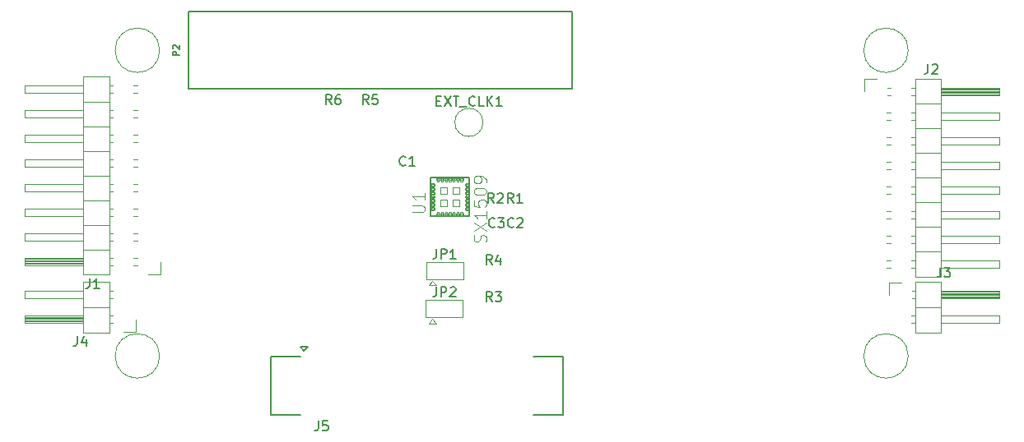
<source format=gbr>
G04 #@! TF.GenerationSoftware,KiCad,Pcbnew,5.0.2-5.fc29*
G04 #@! TF.CreationDate,2019-03-04T17:53:56+05:30*
G04 #@! TF.ProjectId,sx1509,73783135-3039-42e6-9b69-6361645f7063,v0.1*
G04 #@! TF.SameCoordinates,Original*
G04 #@! TF.FileFunction,Legend,Top*
G04 #@! TF.FilePolarity,Positive*
%FSLAX46Y46*%
G04 Gerber Fmt 4.6, Leading zero omitted, Abs format (unit mm)*
G04 Created by KiCad (PCBNEW 5.0.2-5.fc29) date Mon 04 Mar 2019 05:53:56 PM IST*
%MOMM*%
%LPD*%
G01*
G04 APERTURE LIST*
%ADD10C,0.120000*%
%ADD11C,0.150000*%
%ADD12C,0.066040*%
%ADD13C,0.127000*%
%ADD14C,0.152400*%
%ADD15C,0.101600*%
G04 APERTURE END LIST*
D10*
G04 #@! TO.C,REF\002A\002A*
X106286000Y-135500000D02*
G75*
G03X106286000Y-135500000I-2286000J0D01*
G01*
X183286000Y-135500000D02*
G75*
G03X183286000Y-135500000I-2286000J0D01*
G01*
X106286000Y-104000000D02*
G75*
G03X106286000Y-104000000I-2286000J0D01*
G01*
X183286000Y-104000000D02*
G75*
G03X183286000Y-104000000I-2286000J0D01*
G01*
D11*
G04 #@! TO.C,P2*
X148750000Y-100000000D02*
X148750000Y-108000000D01*
X109250000Y-100000000D02*
X109250000Y-108000000D01*
X148750000Y-100000000D02*
X109250000Y-100000000D01*
X109250000Y-108000000D02*
X148750000Y-108000000D01*
D12*
G04 #@! TO.C,U1*
X134139020Y-119018340D02*
X134139020Y-119165660D01*
X134139020Y-119165660D02*
X134540340Y-119165660D01*
X134540340Y-119018340D02*
X134540340Y-119165660D01*
X134139020Y-119018340D02*
X134540340Y-119018340D01*
X134139020Y-119414580D02*
X134139020Y-119566980D01*
X134139020Y-119566980D02*
X134540340Y-119566980D01*
X134540340Y-119414580D02*
X134540340Y-119566980D01*
X134139020Y-119414580D02*
X134540340Y-119414580D01*
X134139020Y-119815900D02*
X134139020Y-119965760D01*
X134139020Y-119965760D02*
X134540340Y-119965760D01*
X134540340Y-119815900D02*
X134540340Y-119965760D01*
X134139020Y-119815900D02*
X134540340Y-119815900D01*
X134139020Y-120214680D02*
X134139020Y-120367080D01*
X134139020Y-120367080D02*
X134540340Y-120367080D01*
X134540340Y-120214680D02*
X134540340Y-120367080D01*
X134139020Y-120214680D02*
X134540340Y-120214680D01*
X134139020Y-118617020D02*
X134139020Y-118769420D01*
X134139020Y-118769420D02*
X134540340Y-118769420D01*
X134540340Y-118617020D02*
X134540340Y-118769420D01*
X134139020Y-118617020D02*
X134540340Y-118617020D01*
X134139020Y-118218240D02*
X134139020Y-118368100D01*
X134139020Y-118368100D02*
X134540340Y-118368100D01*
X134540340Y-118218240D02*
X134540340Y-118368100D01*
X134139020Y-118218240D02*
X134540340Y-118218240D01*
X134139020Y-117816920D02*
X134139020Y-117969320D01*
X134139020Y-117969320D02*
X134540340Y-117969320D01*
X134540340Y-117816920D02*
X134540340Y-117969320D01*
X134139020Y-117816920D02*
X134540340Y-117816920D01*
X134738460Y-120814120D02*
X134738460Y-120966520D01*
X134738460Y-120966520D02*
X135139780Y-120966520D01*
X135139780Y-120814120D02*
X135139780Y-120966520D01*
X134738460Y-120814120D02*
X135139780Y-120814120D01*
X135139780Y-120814120D02*
X135139780Y-120966520D01*
X135139780Y-120966520D02*
X135538560Y-120966520D01*
X135538560Y-120814120D02*
X135538560Y-120966520D01*
X135139780Y-120814120D02*
X135538560Y-120814120D01*
X135538560Y-120814120D02*
X135538560Y-120966520D01*
X135538560Y-120966520D02*
X135939880Y-120966520D01*
X135939880Y-120814120D02*
X135939880Y-120966520D01*
X135538560Y-120814120D02*
X135939880Y-120814120D01*
X135939880Y-120814120D02*
X135939880Y-120966520D01*
X135939880Y-120966520D02*
X136336120Y-120966520D01*
X136336120Y-120814120D02*
X136336120Y-120966520D01*
X135939880Y-120814120D02*
X136336120Y-120814120D01*
X136336120Y-120814120D02*
X136336120Y-120966520D01*
X136336120Y-120966520D02*
X136737440Y-120966520D01*
X136737440Y-120814120D02*
X136737440Y-120966520D01*
X136336120Y-120814120D02*
X136737440Y-120814120D01*
X136737440Y-120814120D02*
X136737440Y-120966520D01*
X136737440Y-120966520D02*
X137136220Y-120966520D01*
X137136220Y-120814120D02*
X137136220Y-120966520D01*
X136737440Y-120814120D02*
X137136220Y-120814120D01*
X137136220Y-120814120D02*
X137136220Y-120966520D01*
X137136220Y-120966520D02*
X137537540Y-120966520D01*
X137537540Y-120814120D02*
X137537540Y-120966520D01*
X137136220Y-120814120D02*
X137537540Y-120814120D01*
X137735660Y-120214680D02*
X137735660Y-120367080D01*
X137735660Y-120367080D02*
X138136980Y-120367080D01*
X138136980Y-120214680D02*
X138136980Y-120367080D01*
X137735660Y-120214680D02*
X138136980Y-120214680D01*
X137735660Y-119815900D02*
X137735660Y-119965760D01*
X137735660Y-119965760D02*
X138136980Y-119965760D01*
X138136980Y-119815900D02*
X138136980Y-119965760D01*
X137735660Y-119815900D02*
X138136980Y-119815900D01*
X137735660Y-119414580D02*
X137735660Y-119566980D01*
X137735660Y-119566980D02*
X138136980Y-119566980D01*
X138136980Y-119414580D02*
X138136980Y-119566980D01*
X137735660Y-119414580D02*
X138136980Y-119414580D01*
X137735660Y-119018340D02*
X137735660Y-119165660D01*
X137735660Y-119165660D02*
X138136980Y-119165660D01*
X138136980Y-119018340D02*
X138136980Y-119165660D01*
X137735660Y-119018340D02*
X138136980Y-119018340D01*
X137735660Y-118617020D02*
X137735660Y-118769420D01*
X137735660Y-118769420D02*
X138136980Y-118769420D01*
X138136980Y-118617020D02*
X138136980Y-118769420D01*
X137735660Y-118617020D02*
X138136980Y-118617020D01*
X137735660Y-118218240D02*
X137735660Y-118368100D01*
X137735660Y-118368100D02*
X138136980Y-118368100D01*
X138136980Y-118218240D02*
X138136980Y-118368100D01*
X137735660Y-118218240D02*
X138136980Y-118218240D01*
X137735660Y-117816920D02*
X137735660Y-117969320D01*
X137735660Y-117969320D02*
X138136980Y-117969320D01*
X138136980Y-117816920D02*
X138136980Y-117969320D01*
X137735660Y-117816920D02*
X138136980Y-117816920D01*
X137136220Y-117217480D02*
X137136220Y-117369880D01*
X137136220Y-117369880D02*
X137537540Y-117369880D01*
X137537540Y-117217480D02*
X137537540Y-117369880D01*
X137136220Y-117217480D02*
X137537540Y-117217480D01*
X136737440Y-117217480D02*
X136737440Y-117369880D01*
X136737440Y-117369880D02*
X137136220Y-117369880D01*
X137136220Y-117217480D02*
X137136220Y-117369880D01*
X136737440Y-117217480D02*
X137136220Y-117217480D01*
X136336120Y-117217480D02*
X136336120Y-117369880D01*
X136336120Y-117369880D02*
X136737440Y-117369880D01*
X136737440Y-117217480D02*
X136737440Y-117369880D01*
X136336120Y-117217480D02*
X136737440Y-117217480D01*
X135939880Y-117217480D02*
X135939880Y-117369880D01*
X135939880Y-117369880D02*
X136336120Y-117369880D01*
X136336120Y-117217480D02*
X136336120Y-117369880D01*
X135939880Y-117217480D02*
X136336120Y-117217480D01*
X135538560Y-117217480D02*
X135538560Y-117369880D01*
X135538560Y-117369880D02*
X135939880Y-117369880D01*
X135939880Y-117217480D02*
X135939880Y-117369880D01*
X135538560Y-117217480D02*
X135939880Y-117217480D01*
X135139780Y-117217480D02*
X135139780Y-117369880D01*
X135139780Y-117369880D02*
X135538560Y-117369880D01*
X135538560Y-117217480D02*
X135538560Y-117369880D01*
X135139780Y-117217480D02*
X135538560Y-117217480D01*
X134738460Y-117217480D02*
X134738460Y-117369880D01*
X134738460Y-117369880D02*
X135139780Y-117369880D01*
X135139780Y-117217480D02*
X135139780Y-117369880D01*
X134738460Y-117217480D02*
X135139780Y-117217480D01*
X135144860Y-118098860D02*
X135144860Y-118761800D01*
X135144860Y-118761800D02*
X135807800Y-118761800D01*
X135807800Y-118098860D02*
X135807800Y-118761800D01*
X135144860Y-118098860D02*
X135807800Y-118098860D01*
X136468200Y-119422200D02*
X136468200Y-120085140D01*
X136468200Y-120085140D02*
X137131140Y-120085140D01*
X137131140Y-119422200D02*
X137131140Y-120085140D01*
X136468200Y-119422200D02*
X137131140Y-119422200D01*
X136468200Y-118098860D02*
X136468200Y-118761800D01*
X136468200Y-118761800D02*
X137131140Y-118761800D01*
X137131140Y-118098860D02*
X137131140Y-118761800D01*
X136468200Y-118098860D02*
X137131140Y-118098860D01*
X135144860Y-119422200D02*
X135144860Y-120085140D01*
X135144860Y-120085140D02*
X135807800Y-120085140D01*
X135807800Y-119422200D02*
X135807800Y-120085140D01*
X135144860Y-119422200D02*
X135807800Y-119422200D01*
X137237820Y-117093020D02*
X137237820Y-117542600D01*
X137237820Y-117542600D02*
X137435940Y-117542600D01*
X137435940Y-117093020D02*
X137435940Y-117542600D01*
X137237820Y-117093020D02*
X137435940Y-117093020D01*
X136836500Y-117093020D02*
X136836500Y-117542600D01*
X136836500Y-117542600D02*
X137037160Y-117542600D01*
X137037160Y-117093020D02*
X137037160Y-117542600D01*
X136836500Y-117093020D02*
X137037160Y-117093020D01*
X136437720Y-117093020D02*
X136437720Y-117542600D01*
X136437720Y-117542600D02*
X136635840Y-117542600D01*
X136635840Y-117093020D02*
X136635840Y-117542600D01*
X136437720Y-117093020D02*
X136635840Y-117093020D01*
X136038940Y-117093020D02*
X136038940Y-117542600D01*
X136038940Y-117542600D02*
X136237060Y-117542600D01*
X136237060Y-117093020D02*
X136237060Y-117542600D01*
X136038940Y-117093020D02*
X136237060Y-117093020D01*
X135640160Y-117093020D02*
X135640160Y-117542600D01*
X135640160Y-117542600D02*
X135838280Y-117542600D01*
X135838280Y-117093020D02*
X135838280Y-117542600D01*
X135640160Y-117093020D02*
X135838280Y-117093020D01*
X135238840Y-117093020D02*
X135238840Y-117542600D01*
X135238840Y-117542600D02*
X135439500Y-117542600D01*
X135439500Y-117093020D02*
X135439500Y-117542600D01*
X135238840Y-117093020D02*
X135439500Y-117093020D01*
X134840060Y-117093020D02*
X134840060Y-117542600D01*
X134840060Y-117542600D02*
X135038180Y-117542600D01*
X135038180Y-117093020D02*
X135038180Y-117542600D01*
X134840060Y-117093020D02*
X135038180Y-117093020D01*
X134263480Y-117667060D02*
X134263480Y-118119180D01*
X134263480Y-118119180D02*
X134464140Y-118119180D01*
X134464140Y-117667060D02*
X134464140Y-118119180D01*
X134263480Y-117667060D02*
X134464140Y-117667060D01*
X134263480Y-118068380D02*
X134263480Y-118517960D01*
X134263480Y-118517960D02*
X134464140Y-118517960D01*
X134464140Y-118068380D02*
X134464140Y-118517960D01*
X134263480Y-118068380D02*
X134464140Y-118068380D01*
X134263480Y-118467160D02*
X134263480Y-118919280D01*
X134263480Y-118919280D02*
X134464140Y-118919280D01*
X134464140Y-118467160D02*
X134464140Y-118919280D01*
X134263480Y-118467160D02*
X134464140Y-118467160D01*
X134263480Y-118868480D02*
X134263480Y-119315520D01*
X134263480Y-119315520D02*
X134464140Y-119315520D01*
X134464140Y-118868480D02*
X134464140Y-119315520D01*
X134263480Y-118868480D02*
X134464140Y-118868480D01*
X134263480Y-119264720D02*
X134263480Y-119716840D01*
X134263480Y-119716840D02*
X134464140Y-119716840D01*
X134464140Y-119264720D02*
X134464140Y-119716840D01*
X134263480Y-119264720D02*
X134464140Y-119264720D01*
X134263480Y-119666040D02*
X134263480Y-120115620D01*
X134263480Y-120115620D02*
X134464140Y-120115620D01*
X134464140Y-119666040D02*
X134464140Y-120115620D01*
X134263480Y-119666040D02*
X134464140Y-119666040D01*
X134263480Y-120064820D02*
X134263480Y-120516940D01*
X134263480Y-120516940D02*
X134464140Y-120516940D01*
X134464140Y-120064820D02*
X134464140Y-120516940D01*
X134263480Y-120064820D02*
X134464140Y-120064820D01*
X134840060Y-120641400D02*
X134840060Y-121090980D01*
X134840060Y-121090980D02*
X135038180Y-121090980D01*
X135038180Y-120641400D02*
X135038180Y-121090980D01*
X134840060Y-120641400D02*
X135038180Y-120641400D01*
X135238840Y-120641400D02*
X135238840Y-121090980D01*
X135238840Y-121090980D02*
X135439500Y-121090980D01*
X135439500Y-120641400D02*
X135439500Y-121090980D01*
X135238840Y-120641400D02*
X135439500Y-120641400D01*
X135640160Y-120641400D02*
X135640160Y-121090980D01*
X135640160Y-121090980D02*
X135838280Y-121090980D01*
X135838280Y-120641400D02*
X135838280Y-121090980D01*
X135640160Y-120641400D02*
X135838280Y-120641400D01*
X136038940Y-120641400D02*
X136038940Y-121090980D01*
X136038940Y-121090980D02*
X136237060Y-121090980D01*
X136237060Y-120641400D02*
X136237060Y-121090980D01*
X136038940Y-120641400D02*
X136237060Y-120641400D01*
X136437720Y-120641400D02*
X136437720Y-121090980D01*
X136437720Y-121090980D02*
X136635840Y-121090980D01*
X136635840Y-120641400D02*
X136635840Y-121090980D01*
X136437720Y-120641400D02*
X136635840Y-120641400D01*
X136836500Y-120641400D02*
X136836500Y-121090980D01*
X136836500Y-121090980D02*
X137037160Y-121090980D01*
X137037160Y-120641400D02*
X137037160Y-121090980D01*
X136836500Y-120641400D02*
X137037160Y-120641400D01*
X137237820Y-120641400D02*
X137237820Y-121090980D01*
X137237820Y-121090980D02*
X137435940Y-121090980D01*
X137435940Y-120641400D02*
X137435940Y-121090980D01*
X137237820Y-120641400D02*
X137435940Y-120641400D01*
X137811860Y-120064820D02*
X137811860Y-120516940D01*
X137811860Y-120516940D02*
X138012520Y-120516940D01*
X138012520Y-120064820D02*
X138012520Y-120516940D01*
X137811860Y-120064820D02*
X138012520Y-120064820D01*
X137811860Y-119666040D02*
X137811860Y-120115620D01*
X137811860Y-120115620D02*
X138012520Y-120115620D01*
X138012520Y-119666040D02*
X138012520Y-120115620D01*
X137811860Y-119666040D02*
X138012520Y-119666040D01*
X137811860Y-119264720D02*
X137811860Y-119716840D01*
X137811860Y-119716840D02*
X138012520Y-119716840D01*
X138012520Y-119264720D02*
X138012520Y-119716840D01*
X137811860Y-119264720D02*
X138012520Y-119264720D01*
X137811860Y-118868480D02*
X137811860Y-119315520D01*
X137811860Y-119315520D02*
X138012520Y-119315520D01*
X138012520Y-118868480D02*
X138012520Y-119315520D01*
X137811860Y-118868480D02*
X138012520Y-118868480D01*
X137811860Y-118467160D02*
X137811860Y-118919280D01*
X137811860Y-118919280D02*
X138012520Y-118919280D01*
X138012520Y-118467160D02*
X138012520Y-118919280D01*
X137811860Y-118467160D02*
X138012520Y-118467160D01*
X137811860Y-118068380D02*
X137811860Y-118517960D01*
X137811860Y-118517960D02*
X138012520Y-118517960D01*
X138012520Y-118068380D02*
X138012520Y-118517960D01*
X137811860Y-118068380D02*
X138012520Y-118068380D01*
X137811860Y-117667060D02*
X137811860Y-118119180D01*
X137811860Y-118119180D02*
X138012520Y-118119180D01*
X138012520Y-117667060D02*
X138012520Y-118119180D01*
X137811860Y-117667060D02*
X138012520Y-117667060D01*
D13*
X134139020Y-117093020D02*
X138136980Y-117093020D01*
X138136980Y-117093020D02*
X138136980Y-121090980D01*
X138136980Y-121090980D02*
X134139020Y-121090980D01*
X134139020Y-121090980D02*
X134139020Y-117093020D01*
D10*
G04 #@! TO.C,J3*
X183990000Y-127880000D02*
X183990000Y-133080000D01*
X183990000Y-133080000D02*
X186650000Y-133080000D01*
X186650000Y-133080000D02*
X186650000Y-127880000D01*
X186650000Y-127880000D02*
X183990000Y-127880000D01*
X186650000Y-128830000D02*
X192650000Y-128830000D01*
X192650000Y-128830000D02*
X192650000Y-129590000D01*
X192650000Y-129590000D02*
X186650000Y-129590000D01*
X186650000Y-128890000D02*
X192650000Y-128890000D01*
X186650000Y-129010000D02*
X192650000Y-129010000D01*
X186650000Y-129130000D02*
X192650000Y-129130000D01*
X186650000Y-129250000D02*
X192650000Y-129250000D01*
X186650000Y-129370000D02*
X192650000Y-129370000D01*
X186650000Y-129490000D02*
X192650000Y-129490000D01*
X183660000Y-128830000D02*
X183990000Y-128830000D01*
X183660000Y-129590000D02*
X183990000Y-129590000D01*
X183990000Y-130480000D02*
X186650000Y-130480000D01*
X186650000Y-131370000D02*
X192650000Y-131370000D01*
X192650000Y-131370000D02*
X192650000Y-132130000D01*
X192650000Y-132130000D02*
X186650000Y-132130000D01*
X183592929Y-131370000D02*
X183990000Y-131370000D01*
X183592929Y-132130000D02*
X183990000Y-132130000D01*
X181280000Y-129210000D02*
X181280000Y-127940000D01*
X181280000Y-127940000D02*
X182550000Y-127940000D01*
G04 #@! TO.C,J4*
X103810000Y-133020000D02*
X102540000Y-133020000D01*
X103810000Y-131750000D02*
X103810000Y-133020000D01*
X101497071Y-128830000D02*
X101100000Y-128830000D01*
X101497071Y-129590000D02*
X101100000Y-129590000D01*
X92440000Y-128830000D02*
X98440000Y-128830000D01*
X92440000Y-129590000D02*
X92440000Y-128830000D01*
X98440000Y-129590000D02*
X92440000Y-129590000D01*
X101100000Y-130480000D02*
X98440000Y-130480000D01*
X101430000Y-131370000D02*
X101100000Y-131370000D01*
X101430000Y-132130000D02*
X101100000Y-132130000D01*
X98440000Y-131470000D02*
X92440000Y-131470000D01*
X98440000Y-131590000D02*
X92440000Y-131590000D01*
X98440000Y-131710000D02*
X92440000Y-131710000D01*
X98440000Y-131830000D02*
X92440000Y-131830000D01*
X98440000Y-131950000D02*
X92440000Y-131950000D01*
X98440000Y-132070000D02*
X92440000Y-132070000D01*
X92440000Y-131370000D02*
X98440000Y-131370000D01*
X92440000Y-132130000D02*
X92440000Y-131370000D01*
X98440000Y-132130000D02*
X92440000Y-132130000D01*
X98440000Y-133080000D02*
X101100000Y-133080000D01*
X98440000Y-127880000D02*
X98440000Y-133080000D01*
X101100000Y-127880000D02*
X98440000Y-127880000D01*
X101100000Y-133080000D02*
X101100000Y-127880000D01*
G04 #@! TO.C,EXT_CLK1*
X139550000Y-111430000D02*
G75*
G03X139550000Y-111430000I-1450000J0D01*
G01*
D14*
G04 #@! TO.C,J5*
X117753000Y-135557000D02*
X117753000Y-141557000D01*
X147753000Y-135557000D02*
X147753000Y-141557000D01*
X147753000Y-135557000D02*
X144753000Y-135557000D01*
X147753000Y-141557000D02*
X144753000Y-141557000D01*
X117753000Y-141557000D02*
X120753000Y-141557000D01*
X117753000Y-135557000D02*
X120753000Y-135557000D01*
X120753000Y-134557000D02*
X121153000Y-134957000D01*
X121153000Y-134957000D02*
X121553000Y-134557000D01*
X121553000Y-134557000D02*
X120753000Y-134557000D01*
D10*
G04 #@! TO.C,JP1*
X134748000Y-128233000D02*
X134348000Y-127783000D01*
X133998000Y-128233000D02*
X134748000Y-128233000D01*
X134348000Y-127783000D02*
X133998000Y-128233000D01*
X133688000Y-127573000D02*
X137508000Y-127573000D01*
X137508000Y-127573000D02*
X137508000Y-125793000D01*
X137508000Y-125793000D02*
X133688000Y-125793000D01*
X133688000Y-127573000D02*
X133688000Y-125793000D01*
G04 #@! TO.C,JP2*
X133675000Y-131484000D02*
X133675000Y-129704000D01*
X137495000Y-129704000D02*
X133675000Y-129704000D01*
X137495000Y-131484000D02*
X137495000Y-129704000D01*
X133675000Y-131484000D02*
X137495000Y-131484000D01*
X134335000Y-131694000D02*
X133985000Y-132144000D01*
X133985000Y-132144000D02*
X134735000Y-132144000D01*
X134735000Y-132144000D02*
X134335000Y-131694000D01*
G04 #@! TO.C,J1*
X106350000Y-127076000D02*
X105080000Y-127076000D01*
X106350000Y-125806000D02*
X106350000Y-127076000D01*
X104037071Y-107646000D02*
X103582929Y-107646000D01*
X104037071Y-108406000D02*
X103582929Y-108406000D01*
X101497071Y-107646000D02*
X101100000Y-107646000D01*
X101497071Y-108406000D02*
X101100000Y-108406000D01*
X92440000Y-107646000D02*
X98440000Y-107646000D01*
X92440000Y-108406000D02*
X92440000Y-107646000D01*
X98440000Y-108406000D02*
X92440000Y-108406000D01*
X101100000Y-109296000D02*
X98440000Y-109296000D01*
X104037071Y-110186000D02*
X103582929Y-110186000D01*
X104037071Y-110946000D02*
X103582929Y-110946000D01*
X101497071Y-110186000D02*
X101100000Y-110186000D01*
X101497071Y-110946000D02*
X101100000Y-110946000D01*
X92440000Y-110186000D02*
X98440000Y-110186000D01*
X92440000Y-110946000D02*
X92440000Y-110186000D01*
X98440000Y-110946000D02*
X92440000Y-110946000D01*
X101100000Y-111836000D02*
X98440000Y-111836000D01*
X104037071Y-112726000D02*
X103582929Y-112726000D01*
X104037071Y-113486000D02*
X103582929Y-113486000D01*
X101497071Y-112726000D02*
X101100000Y-112726000D01*
X101497071Y-113486000D02*
X101100000Y-113486000D01*
X92440000Y-112726000D02*
X98440000Y-112726000D01*
X92440000Y-113486000D02*
X92440000Y-112726000D01*
X98440000Y-113486000D02*
X92440000Y-113486000D01*
X101100000Y-114376000D02*
X98440000Y-114376000D01*
X104037071Y-115266000D02*
X103582929Y-115266000D01*
X104037071Y-116026000D02*
X103582929Y-116026000D01*
X101497071Y-115266000D02*
X101100000Y-115266000D01*
X101497071Y-116026000D02*
X101100000Y-116026000D01*
X92440000Y-115266000D02*
X98440000Y-115266000D01*
X92440000Y-116026000D02*
X92440000Y-115266000D01*
X98440000Y-116026000D02*
X92440000Y-116026000D01*
X101100000Y-116916000D02*
X98440000Y-116916000D01*
X104037071Y-117806000D02*
X103582929Y-117806000D01*
X104037071Y-118566000D02*
X103582929Y-118566000D01*
X101497071Y-117806000D02*
X101100000Y-117806000D01*
X101497071Y-118566000D02*
X101100000Y-118566000D01*
X92440000Y-117806000D02*
X98440000Y-117806000D01*
X92440000Y-118566000D02*
X92440000Y-117806000D01*
X98440000Y-118566000D02*
X92440000Y-118566000D01*
X101100000Y-119456000D02*
X98440000Y-119456000D01*
X104037071Y-120346000D02*
X103582929Y-120346000D01*
X104037071Y-121106000D02*
X103582929Y-121106000D01*
X101497071Y-120346000D02*
X101100000Y-120346000D01*
X101497071Y-121106000D02*
X101100000Y-121106000D01*
X92440000Y-120346000D02*
X98440000Y-120346000D01*
X92440000Y-121106000D02*
X92440000Y-120346000D01*
X98440000Y-121106000D02*
X92440000Y-121106000D01*
X101100000Y-121996000D02*
X98440000Y-121996000D01*
X104037071Y-122886000D02*
X103582929Y-122886000D01*
X104037071Y-123646000D02*
X103582929Y-123646000D01*
X101497071Y-122886000D02*
X101100000Y-122886000D01*
X101497071Y-123646000D02*
X101100000Y-123646000D01*
X92440000Y-122886000D02*
X98440000Y-122886000D01*
X92440000Y-123646000D02*
X92440000Y-122886000D01*
X98440000Y-123646000D02*
X92440000Y-123646000D01*
X101100000Y-124536000D02*
X98440000Y-124536000D01*
X103970000Y-125426000D02*
X103582929Y-125426000D01*
X103970000Y-126186000D02*
X103582929Y-126186000D01*
X101497071Y-125426000D02*
X101100000Y-125426000D01*
X101497071Y-126186000D02*
X101100000Y-126186000D01*
X98440000Y-125526000D02*
X92440000Y-125526000D01*
X98440000Y-125646000D02*
X92440000Y-125646000D01*
X98440000Y-125766000D02*
X92440000Y-125766000D01*
X98440000Y-125886000D02*
X92440000Y-125886000D01*
X98440000Y-126006000D02*
X92440000Y-126006000D01*
X98440000Y-126126000D02*
X92440000Y-126126000D01*
X92440000Y-125426000D02*
X98440000Y-125426000D01*
X92440000Y-126186000D02*
X92440000Y-125426000D01*
X98440000Y-126186000D02*
X92440000Y-126186000D01*
X98440000Y-127136000D02*
X101100000Y-127136000D01*
X98440000Y-106696000D02*
X98440000Y-127136000D01*
X101100000Y-106696000D02*
X98440000Y-106696000D01*
X101100000Y-127136000D02*
X101100000Y-106696000D01*
G04 #@! TO.C,J2*
X183990000Y-106925000D02*
X183990000Y-127365000D01*
X183990000Y-127365000D02*
X186650000Y-127365000D01*
X186650000Y-127365000D02*
X186650000Y-106925000D01*
X186650000Y-106925000D02*
X183990000Y-106925000D01*
X186650000Y-107875000D02*
X192650000Y-107875000D01*
X192650000Y-107875000D02*
X192650000Y-108635000D01*
X192650000Y-108635000D02*
X186650000Y-108635000D01*
X186650000Y-107935000D02*
X192650000Y-107935000D01*
X186650000Y-108055000D02*
X192650000Y-108055000D01*
X186650000Y-108175000D02*
X192650000Y-108175000D01*
X186650000Y-108295000D02*
X192650000Y-108295000D01*
X186650000Y-108415000D02*
X192650000Y-108415000D01*
X186650000Y-108535000D02*
X192650000Y-108535000D01*
X183592929Y-107875000D02*
X183990000Y-107875000D01*
X183592929Y-108635000D02*
X183990000Y-108635000D01*
X181120000Y-107875000D02*
X181507071Y-107875000D01*
X181120000Y-108635000D02*
X181507071Y-108635000D01*
X183990000Y-109525000D02*
X186650000Y-109525000D01*
X186650000Y-110415000D02*
X192650000Y-110415000D01*
X192650000Y-110415000D02*
X192650000Y-111175000D01*
X192650000Y-111175000D02*
X186650000Y-111175000D01*
X183592929Y-110415000D02*
X183990000Y-110415000D01*
X183592929Y-111175000D02*
X183990000Y-111175000D01*
X181052929Y-110415000D02*
X181507071Y-110415000D01*
X181052929Y-111175000D02*
X181507071Y-111175000D01*
X183990000Y-112065000D02*
X186650000Y-112065000D01*
X186650000Y-112955000D02*
X192650000Y-112955000D01*
X192650000Y-112955000D02*
X192650000Y-113715000D01*
X192650000Y-113715000D02*
X186650000Y-113715000D01*
X183592929Y-112955000D02*
X183990000Y-112955000D01*
X183592929Y-113715000D02*
X183990000Y-113715000D01*
X181052929Y-112955000D02*
X181507071Y-112955000D01*
X181052929Y-113715000D02*
X181507071Y-113715000D01*
X183990000Y-114605000D02*
X186650000Y-114605000D01*
X186650000Y-115495000D02*
X192650000Y-115495000D01*
X192650000Y-115495000D02*
X192650000Y-116255000D01*
X192650000Y-116255000D02*
X186650000Y-116255000D01*
X183592929Y-115495000D02*
X183990000Y-115495000D01*
X183592929Y-116255000D02*
X183990000Y-116255000D01*
X181052929Y-115495000D02*
X181507071Y-115495000D01*
X181052929Y-116255000D02*
X181507071Y-116255000D01*
X183990000Y-117145000D02*
X186650000Y-117145000D01*
X186650000Y-118035000D02*
X192650000Y-118035000D01*
X192650000Y-118035000D02*
X192650000Y-118795000D01*
X192650000Y-118795000D02*
X186650000Y-118795000D01*
X183592929Y-118035000D02*
X183990000Y-118035000D01*
X183592929Y-118795000D02*
X183990000Y-118795000D01*
X181052929Y-118035000D02*
X181507071Y-118035000D01*
X181052929Y-118795000D02*
X181507071Y-118795000D01*
X183990000Y-119685000D02*
X186650000Y-119685000D01*
X186650000Y-120575000D02*
X192650000Y-120575000D01*
X192650000Y-120575000D02*
X192650000Y-121335000D01*
X192650000Y-121335000D02*
X186650000Y-121335000D01*
X183592929Y-120575000D02*
X183990000Y-120575000D01*
X183592929Y-121335000D02*
X183990000Y-121335000D01*
X181052929Y-120575000D02*
X181507071Y-120575000D01*
X181052929Y-121335000D02*
X181507071Y-121335000D01*
X183990000Y-122225000D02*
X186650000Y-122225000D01*
X186650000Y-123115000D02*
X192650000Y-123115000D01*
X192650000Y-123115000D02*
X192650000Y-123875000D01*
X192650000Y-123875000D02*
X186650000Y-123875000D01*
X183592929Y-123115000D02*
X183990000Y-123115000D01*
X183592929Y-123875000D02*
X183990000Y-123875000D01*
X181052929Y-123115000D02*
X181507071Y-123115000D01*
X181052929Y-123875000D02*
X181507071Y-123875000D01*
X183990000Y-124765000D02*
X186650000Y-124765000D01*
X186650000Y-125655000D02*
X192650000Y-125655000D01*
X192650000Y-125655000D02*
X192650000Y-126415000D01*
X192650000Y-126415000D02*
X186650000Y-126415000D01*
X183592929Y-125655000D02*
X183990000Y-125655000D01*
X183592929Y-126415000D02*
X183990000Y-126415000D01*
X181052929Y-125655000D02*
X181507071Y-125655000D01*
X181052929Y-126415000D02*
X181507071Y-126415000D01*
X178740000Y-108255000D02*
X178740000Y-106985000D01*
X178740000Y-106985000D02*
X180010000Y-106985000D01*
G04 #@! TO.C,P2*
D11*
X108316666Y-104516666D02*
X107616666Y-104516666D01*
X107616666Y-104250000D01*
X107650000Y-104183333D01*
X107683333Y-104150000D01*
X107750000Y-104116666D01*
X107850000Y-104116666D01*
X107916666Y-104150000D01*
X107950000Y-104183333D01*
X107983333Y-104250000D01*
X107983333Y-104516666D01*
X107683333Y-103850000D02*
X107650000Y-103816666D01*
X107616666Y-103750000D01*
X107616666Y-103583333D01*
X107650000Y-103516666D01*
X107683333Y-103483333D01*
X107750000Y-103450000D01*
X107816666Y-103450000D01*
X107916666Y-103483333D01*
X108316666Y-103883333D01*
X108316666Y-103450000D01*
G04 #@! TO.C,U1*
D15*
X132267523Y-120694619D02*
X133295619Y-120694619D01*
X133416571Y-120634142D01*
X133477047Y-120573666D01*
X133537523Y-120452714D01*
X133537523Y-120210809D01*
X133477047Y-120089857D01*
X133416571Y-120029380D01*
X133295619Y-119968904D01*
X132267523Y-119968904D01*
X133537523Y-118698904D02*
X133537523Y-119424619D01*
X133537523Y-119061761D02*
X132267523Y-119061761D01*
X132448952Y-119182714D01*
X132569904Y-119303666D01*
X132630380Y-119424619D01*
X139827047Y-123748666D02*
X139887523Y-123567238D01*
X139887523Y-123264857D01*
X139827047Y-123143904D01*
X139766571Y-123083428D01*
X139645619Y-123022952D01*
X139524666Y-123022952D01*
X139403714Y-123083428D01*
X139343238Y-123143904D01*
X139282761Y-123264857D01*
X139222285Y-123506761D01*
X139161809Y-123627714D01*
X139101333Y-123688190D01*
X138980380Y-123748666D01*
X138859428Y-123748666D01*
X138738476Y-123688190D01*
X138678000Y-123627714D01*
X138617523Y-123506761D01*
X138617523Y-123204380D01*
X138678000Y-123022952D01*
X138617523Y-122599619D02*
X139887523Y-121752952D01*
X138617523Y-121752952D02*
X139887523Y-122599619D01*
X139887523Y-120603904D02*
X139887523Y-121329619D01*
X139887523Y-120966761D02*
X138617523Y-120966761D01*
X138798952Y-121087714D01*
X138919904Y-121208666D01*
X138980380Y-121329619D01*
X138617523Y-119454857D02*
X138617523Y-120059619D01*
X139222285Y-120120095D01*
X139161809Y-120059619D01*
X139101333Y-119938666D01*
X139101333Y-119636285D01*
X139161809Y-119515333D01*
X139222285Y-119454857D01*
X139343238Y-119394380D01*
X139645619Y-119394380D01*
X139766571Y-119454857D01*
X139827047Y-119515333D01*
X139887523Y-119636285D01*
X139887523Y-119938666D01*
X139827047Y-120059619D01*
X139766571Y-120120095D01*
X138617523Y-118608190D02*
X138617523Y-118487238D01*
X138678000Y-118366285D01*
X138738476Y-118305809D01*
X138859428Y-118245333D01*
X139101333Y-118184857D01*
X139403714Y-118184857D01*
X139645619Y-118245333D01*
X139766571Y-118305809D01*
X139827047Y-118366285D01*
X139887523Y-118487238D01*
X139887523Y-118608190D01*
X139827047Y-118729142D01*
X139766571Y-118789619D01*
X139645619Y-118850095D01*
X139403714Y-118910571D01*
X139101333Y-118910571D01*
X138859428Y-118850095D01*
X138738476Y-118789619D01*
X138678000Y-118729142D01*
X138617523Y-118608190D01*
X139887523Y-117580095D02*
X139887523Y-117338190D01*
X139827047Y-117217238D01*
X139766571Y-117156761D01*
X139585142Y-117035809D01*
X139343238Y-116975333D01*
X138859428Y-116975333D01*
X138738476Y-117035809D01*
X138678000Y-117096285D01*
X138617523Y-117217238D01*
X138617523Y-117459142D01*
X138678000Y-117580095D01*
X138738476Y-117640571D01*
X138859428Y-117701047D01*
X139161809Y-117701047D01*
X139282761Y-117640571D01*
X139343238Y-117580095D01*
X139403714Y-117459142D01*
X139403714Y-117217238D01*
X139343238Y-117096285D01*
X139282761Y-117035809D01*
X139161809Y-116975333D01*
G04 #@! TO.C,J3*
D11*
X186601666Y-126392380D02*
X186601666Y-127106666D01*
X186554047Y-127249523D01*
X186458809Y-127344761D01*
X186315952Y-127392380D01*
X186220714Y-127392380D01*
X186982619Y-126392380D02*
X187601666Y-126392380D01*
X187268333Y-126773333D01*
X187411190Y-126773333D01*
X187506428Y-126820952D01*
X187554047Y-126868571D01*
X187601666Y-126963809D01*
X187601666Y-127201904D01*
X187554047Y-127297142D01*
X187506428Y-127344761D01*
X187411190Y-127392380D01*
X187125476Y-127392380D01*
X187030238Y-127344761D01*
X186982619Y-127297142D01*
G04 #@! TO.C,J4*
X97821666Y-133472380D02*
X97821666Y-134186666D01*
X97774047Y-134329523D01*
X97678809Y-134424761D01*
X97535952Y-134472380D01*
X97440714Y-134472380D01*
X98726428Y-133805714D02*
X98726428Y-134472380D01*
X98488333Y-133424761D02*
X98250238Y-134139047D01*
X98869285Y-134139047D01*
G04 #@! TO.C,C1*
X131583333Y-115817142D02*
X131535714Y-115864761D01*
X131392857Y-115912380D01*
X131297619Y-115912380D01*
X131154761Y-115864761D01*
X131059523Y-115769523D01*
X131011904Y-115674285D01*
X130964285Y-115483809D01*
X130964285Y-115340952D01*
X131011904Y-115150476D01*
X131059523Y-115055238D01*
X131154761Y-114960000D01*
X131297619Y-114912380D01*
X131392857Y-114912380D01*
X131535714Y-114960000D01*
X131583333Y-115007619D01*
X132535714Y-115912380D02*
X131964285Y-115912380D01*
X132250000Y-115912380D02*
X132250000Y-114912380D01*
X132154761Y-115055238D01*
X132059523Y-115150476D01*
X131964285Y-115198095D01*
G04 #@! TO.C,C2*
X142693333Y-122167142D02*
X142645714Y-122214761D01*
X142502857Y-122262380D01*
X142407619Y-122262380D01*
X142264761Y-122214761D01*
X142169523Y-122119523D01*
X142121904Y-122024285D01*
X142074285Y-121833809D01*
X142074285Y-121690952D01*
X142121904Y-121500476D01*
X142169523Y-121405238D01*
X142264761Y-121310000D01*
X142407619Y-121262380D01*
X142502857Y-121262380D01*
X142645714Y-121310000D01*
X142693333Y-121357619D01*
X143074285Y-121357619D02*
X143121904Y-121310000D01*
X143217142Y-121262380D01*
X143455238Y-121262380D01*
X143550476Y-121310000D01*
X143598095Y-121357619D01*
X143645714Y-121452857D01*
X143645714Y-121548095D01*
X143598095Y-121690952D01*
X143026666Y-122262380D01*
X143645714Y-122262380D01*
G04 #@! TO.C,C3*
X140758333Y-122167142D02*
X140710714Y-122214761D01*
X140567857Y-122262380D01*
X140472619Y-122262380D01*
X140329761Y-122214761D01*
X140234523Y-122119523D01*
X140186904Y-122024285D01*
X140139285Y-121833809D01*
X140139285Y-121690952D01*
X140186904Y-121500476D01*
X140234523Y-121405238D01*
X140329761Y-121310000D01*
X140472619Y-121262380D01*
X140567857Y-121262380D01*
X140710714Y-121310000D01*
X140758333Y-121357619D01*
X141091666Y-121262380D02*
X141710714Y-121262380D01*
X141377380Y-121643333D01*
X141520238Y-121643333D01*
X141615476Y-121690952D01*
X141663095Y-121738571D01*
X141710714Y-121833809D01*
X141710714Y-122071904D01*
X141663095Y-122167142D01*
X141615476Y-122214761D01*
X141520238Y-122262380D01*
X141234523Y-122262380D01*
X141139285Y-122214761D01*
X141091666Y-122167142D01*
G04 #@! TO.C,R1*
X142668333Y-119722380D02*
X142335000Y-119246190D01*
X142096904Y-119722380D02*
X142096904Y-118722380D01*
X142477857Y-118722380D01*
X142573095Y-118770000D01*
X142620714Y-118817619D01*
X142668333Y-118912857D01*
X142668333Y-119055714D01*
X142620714Y-119150952D01*
X142573095Y-119198571D01*
X142477857Y-119246190D01*
X142096904Y-119246190D01*
X143620714Y-119722380D02*
X143049285Y-119722380D01*
X143335000Y-119722380D02*
X143335000Y-118722380D01*
X143239761Y-118865238D01*
X143144523Y-118960476D01*
X143049285Y-119008095D01*
G04 #@! TO.C,R2*
X140668333Y-119722380D02*
X140335000Y-119246190D01*
X140096904Y-119722380D02*
X140096904Y-118722380D01*
X140477857Y-118722380D01*
X140573095Y-118770000D01*
X140620714Y-118817619D01*
X140668333Y-118912857D01*
X140668333Y-119055714D01*
X140620714Y-119150952D01*
X140573095Y-119198571D01*
X140477857Y-119246190D01*
X140096904Y-119246190D01*
X141049285Y-118817619D02*
X141096904Y-118770000D01*
X141192142Y-118722380D01*
X141430238Y-118722380D01*
X141525476Y-118770000D01*
X141573095Y-118817619D01*
X141620714Y-118912857D01*
X141620714Y-119008095D01*
X141573095Y-119150952D01*
X141001666Y-119722380D01*
X141620714Y-119722380D01*
G04 #@! TO.C,R3*
X140473333Y-129882380D02*
X140140000Y-129406190D01*
X139901904Y-129882380D02*
X139901904Y-128882380D01*
X140282857Y-128882380D01*
X140378095Y-128930000D01*
X140425714Y-128977619D01*
X140473333Y-129072857D01*
X140473333Y-129215714D01*
X140425714Y-129310952D01*
X140378095Y-129358571D01*
X140282857Y-129406190D01*
X139901904Y-129406190D01*
X140806666Y-128882380D02*
X141425714Y-128882380D01*
X141092380Y-129263333D01*
X141235238Y-129263333D01*
X141330476Y-129310952D01*
X141378095Y-129358571D01*
X141425714Y-129453809D01*
X141425714Y-129691904D01*
X141378095Y-129787142D01*
X141330476Y-129834761D01*
X141235238Y-129882380D01*
X140949523Y-129882380D01*
X140854285Y-129834761D01*
X140806666Y-129787142D01*
G04 #@! TO.C,R4*
X140473333Y-126072380D02*
X140140000Y-125596190D01*
X139901904Y-126072380D02*
X139901904Y-125072380D01*
X140282857Y-125072380D01*
X140378095Y-125120000D01*
X140425714Y-125167619D01*
X140473333Y-125262857D01*
X140473333Y-125405714D01*
X140425714Y-125500952D01*
X140378095Y-125548571D01*
X140282857Y-125596190D01*
X139901904Y-125596190D01*
X141330476Y-125405714D02*
X141330476Y-126072380D01*
X141092380Y-125024761D02*
X140854285Y-125739047D01*
X141473333Y-125739047D01*
G04 #@! TO.C,R5*
X127773333Y-109562380D02*
X127440000Y-109086190D01*
X127201904Y-109562380D02*
X127201904Y-108562380D01*
X127582857Y-108562380D01*
X127678095Y-108610000D01*
X127725714Y-108657619D01*
X127773333Y-108752857D01*
X127773333Y-108895714D01*
X127725714Y-108990952D01*
X127678095Y-109038571D01*
X127582857Y-109086190D01*
X127201904Y-109086190D01*
X128678095Y-108562380D02*
X128201904Y-108562380D01*
X128154285Y-109038571D01*
X128201904Y-108990952D01*
X128297142Y-108943333D01*
X128535238Y-108943333D01*
X128630476Y-108990952D01*
X128678095Y-109038571D01*
X128725714Y-109133809D01*
X128725714Y-109371904D01*
X128678095Y-109467142D01*
X128630476Y-109514761D01*
X128535238Y-109562380D01*
X128297142Y-109562380D01*
X128201904Y-109514761D01*
X128154285Y-109467142D01*
G04 #@! TO.C,R6*
X123963333Y-109562380D02*
X123630000Y-109086190D01*
X123391904Y-109562380D02*
X123391904Y-108562380D01*
X123772857Y-108562380D01*
X123868095Y-108610000D01*
X123915714Y-108657619D01*
X123963333Y-108752857D01*
X123963333Y-108895714D01*
X123915714Y-108990952D01*
X123868095Y-109038571D01*
X123772857Y-109086190D01*
X123391904Y-109086190D01*
X124820476Y-108562380D02*
X124630000Y-108562380D01*
X124534761Y-108610000D01*
X124487142Y-108657619D01*
X124391904Y-108800476D01*
X124344285Y-108990952D01*
X124344285Y-109371904D01*
X124391904Y-109467142D01*
X124439523Y-109514761D01*
X124534761Y-109562380D01*
X124725238Y-109562380D01*
X124820476Y-109514761D01*
X124868095Y-109467142D01*
X124915714Y-109371904D01*
X124915714Y-109133809D01*
X124868095Y-109038571D01*
X124820476Y-108990952D01*
X124725238Y-108943333D01*
X124534761Y-108943333D01*
X124439523Y-108990952D01*
X124391904Y-109038571D01*
X124344285Y-109133809D01*
G04 #@! TO.C,EXT_CLK1*
X134766666Y-109210571D02*
X135100000Y-109210571D01*
X135242857Y-109734380D02*
X134766666Y-109734380D01*
X134766666Y-108734380D01*
X135242857Y-108734380D01*
X135576190Y-108734380D02*
X136242857Y-109734380D01*
X136242857Y-108734380D02*
X135576190Y-109734380D01*
X136480952Y-108734380D02*
X137052380Y-108734380D01*
X136766666Y-109734380D02*
X136766666Y-108734380D01*
X137147619Y-109829619D02*
X137909523Y-109829619D01*
X138719047Y-109639142D02*
X138671428Y-109686761D01*
X138528571Y-109734380D01*
X138433333Y-109734380D01*
X138290476Y-109686761D01*
X138195238Y-109591523D01*
X138147619Y-109496285D01*
X138100000Y-109305809D01*
X138100000Y-109162952D01*
X138147619Y-108972476D01*
X138195238Y-108877238D01*
X138290476Y-108782000D01*
X138433333Y-108734380D01*
X138528571Y-108734380D01*
X138671428Y-108782000D01*
X138719047Y-108829619D01*
X139623809Y-109734380D02*
X139147619Y-109734380D01*
X139147619Y-108734380D01*
X139957142Y-109734380D02*
X139957142Y-108734380D01*
X140528571Y-109734380D02*
X140100000Y-109162952D01*
X140528571Y-108734380D02*
X139957142Y-109305809D01*
X141480952Y-109734380D02*
X140909523Y-109734380D01*
X141195238Y-109734380D02*
X141195238Y-108734380D01*
X141100000Y-108877238D01*
X141004761Y-108972476D01*
X140909523Y-109020095D01*
G04 #@! TO.C,J5*
X122619666Y-142209380D02*
X122619666Y-142923666D01*
X122572047Y-143066523D01*
X122476809Y-143161761D01*
X122333952Y-143209380D01*
X122238714Y-143209380D01*
X123572047Y-142209380D02*
X123095857Y-142209380D01*
X123048238Y-142685571D01*
X123095857Y-142637952D01*
X123191095Y-142590333D01*
X123429190Y-142590333D01*
X123524428Y-142637952D01*
X123572047Y-142685571D01*
X123619666Y-142780809D01*
X123619666Y-143018904D01*
X123572047Y-143114142D01*
X123524428Y-143161761D01*
X123429190Y-143209380D01*
X123191095Y-143209380D01*
X123095857Y-143161761D01*
X123048238Y-143114142D01*
G04 #@! TO.C,JP1*
X134764666Y-124485380D02*
X134764666Y-125199666D01*
X134717047Y-125342523D01*
X134621809Y-125437761D01*
X134478952Y-125485380D01*
X134383714Y-125485380D01*
X135240857Y-125485380D02*
X135240857Y-124485380D01*
X135621809Y-124485380D01*
X135717047Y-124533000D01*
X135764666Y-124580619D01*
X135812285Y-124675857D01*
X135812285Y-124818714D01*
X135764666Y-124913952D01*
X135717047Y-124961571D01*
X135621809Y-125009190D01*
X135240857Y-125009190D01*
X136764666Y-125485380D02*
X136193238Y-125485380D01*
X136478952Y-125485380D02*
X136478952Y-124485380D01*
X136383714Y-124628238D01*
X136288476Y-124723476D01*
X136193238Y-124771095D01*
G04 #@! TO.C,JP2*
X134751666Y-128396380D02*
X134751666Y-129110666D01*
X134704047Y-129253523D01*
X134608809Y-129348761D01*
X134465952Y-129396380D01*
X134370714Y-129396380D01*
X135227857Y-129396380D02*
X135227857Y-128396380D01*
X135608809Y-128396380D01*
X135704047Y-128444000D01*
X135751666Y-128491619D01*
X135799285Y-128586857D01*
X135799285Y-128729714D01*
X135751666Y-128824952D01*
X135704047Y-128872571D01*
X135608809Y-128920190D01*
X135227857Y-128920190D01*
X136180238Y-128491619D02*
X136227857Y-128444000D01*
X136323095Y-128396380D01*
X136561190Y-128396380D01*
X136656428Y-128444000D01*
X136704047Y-128491619D01*
X136751666Y-128586857D01*
X136751666Y-128682095D01*
X136704047Y-128824952D01*
X136132619Y-129396380D01*
X136751666Y-129396380D01*
G04 #@! TO.C,J1*
X99091666Y-127528380D02*
X99091666Y-128242666D01*
X99044047Y-128385523D01*
X98948809Y-128480761D01*
X98805952Y-128528380D01*
X98710714Y-128528380D01*
X100091666Y-128528380D02*
X99520238Y-128528380D01*
X99805952Y-128528380D02*
X99805952Y-127528380D01*
X99710714Y-127671238D01*
X99615476Y-127766476D01*
X99520238Y-127814095D01*
G04 #@! TO.C,J2*
X185331666Y-105437380D02*
X185331666Y-106151666D01*
X185284047Y-106294523D01*
X185188809Y-106389761D01*
X185045952Y-106437380D01*
X184950714Y-106437380D01*
X185760238Y-105532619D02*
X185807857Y-105485000D01*
X185903095Y-105437380D01*
X186141190Y-105437380D01*
X186236428Y-105485000D01*
X186284047Y-105532619D01*
X186331666Y-105627857D01*
X186331666Y-105723095D01*
X186284047Y-105865952D01*
X185712619Y-106437380D01*
X186331666Y-106437380D01*
G04 #@! TD*
M02*

</source>
